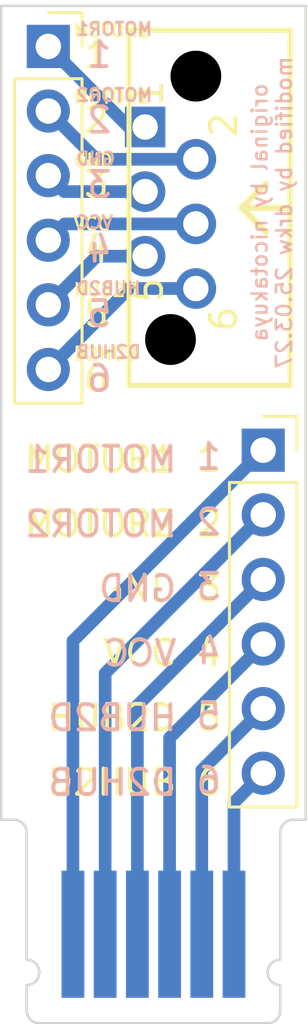
<source format=kicad_pcb>
(kicad_pcb (version 20241229) (generator "pcbnew") (generator_version "9.0")
  (layers (0 "F.Cu" signal) (2 "B.Cu" signal) (13 "F.Paste" user) (15 "B.Paste" user) (5 "F.SilkS" user "F.Silkscreen") (7 "B.SilkS" user "B.Silkscreen") (1 "F.Mask" user) (3 "B.Mask" user) (25 "Edge.Cuts" user))
  (net 0 "")
  (net 1 "f1")
  (net 2 "f2")
  (net 3 "f3")
  (net 4 "f4")
  (net 5 "f5")
  (net 6 "f6")
  (net 7 "m1")
  (net 8 "m2")
  (net 9 "m3")
  (net 10 "m4")
  (net 11 "m5")
  (net 12 "m6")
  (footprint "Spike:Spike_Female" (layer "F.Cu") (at 55.0358 114.9236 90)
    (property "Reference" "CON**" (hide yes))
    (property "Value" "SpikeConnector" (hide yes))
    (fp_line (start 6.985 4.445) (end 7.9375 5.3975) (stroke (width 0.25)) (layer "F.SilkS"))
    (fp_line (start 6.985 4.445) (end 6.0325 5.3975) (stroke (width 0.25)) (layer "F.SilkS"))
    (fp_line (start 6.985 6.35) (end 6.985 4.445) (stroke (width 0.25)) (layer "F.SilkS"))
    (fp_rect (start 0 0) (end 13.97 6.35) (stroke (width 0.2)) (fill no) (layer "F.SilkS"))
    (fp_text user "1" (at 10.922 1.397 90) (layer "F.SilkS") (effects (justify left bottom)))
    (fp_text user "6" (at 2.032 4.318 90) (layer "F.SilkS") (effects (justify left bottom)))
    (fp_text user "2" (at 9.652 4.318 90) (layer "F.SilkS") (effects (justify left bottom)))
    (fp_text user "5" (at 3.175 1.397 90) (layer "F.SilkS") (effects (justify left bottom)))
    (pad "" np_thru_hole circle (at 1.805 1.635 90) (size 2.5 2.5) (drill 2) (layers))
    (pad "" np_thru_hole circle (at 12.16 2.635 90) (size 2.5 2.5) (drill 2) (layers))
    (pad "1" thru_hole rect (at 10.16 0.635 90) (size 1.6 1.6) (drill 1) (layers "*.Cu" "*.Mask") (net 1 "f1"))
    (pad "2" thru_hole circle (at 8.89 2.635 90) (size 1.6 1.6) (drill 1) (layers "*.Cu" "*.Mask") (net 2 "f2"))
    (pad "3" thru_hole circle (at 7.62 0.635 90) (size 1.6 1.6) (drill 1) (layers "*.Cu" "*.Mask") (net 3 "f3"))
    (pad "4" thru_hole circle (at 6.35 2.635 90) (size 1.6 1.6) (drill 1) (layers "*.Cu" "*.Mask") (net 4 "f4"))
    (pad "5" thru_hole circle (at 5.08 0.635 90) (size 1.6 1.6) (drill 1) (layers "*.Cu" "*.Mask") (net 5 "f5"))
    (pad "6" thru_hole circle (at 3.81 2.635 90) (size 1.6 1.6) (drill 1) (layers "*.Cu" "*.Mask") (net 6 "f6"))
  )
  (footprint "Connector_PinSocket_2.54mm:PinSocket_1x06_P2.54mm_Vertical" (layer "F.Cu") (at 60.325 117.47)
    (property "Reference" "CON**" (hide yes))
    (property "Value" "PinSocket_1x06_P2.54mm_Vertical" (hide yes))
    (fp_line (start -1.33 1.27) (end -1.33 14.03) (stroke (width 0.12)) (layer "F.SilkS"))
    (fp_line (start -1.33 1.27) (end 1.33 1.27) (stroke (width 0.12)) (layer "F.SilkS"))
    (fp_line (start -1.33 14.03) (end 1.33 14.03) (stroke (width 0.12)) (layer "F.SilkS"))
    (fp_line (start 0 -1.33) (end 1.33 -1.33) (stroke (width 0.12)) (layer "F.SilkS"))
    (fp_line (start 1.33 -1.33) (end 1.33 0) (stroke (width 0.12)) (layer "F.SilkS"))
    (fp_line (start 1.33 1.27) (end 1.33 14.03) (stroke (width 0.12)) (layer "F.SilkS"))
    (pad "1" thru_hole rect (at 0 0) (size 1.7 1.7) (drill 1) (layers "*.Cu" "*.Mask") (net 7 "m1"))
    (pad "2" thru_hole oval (at 0 2.54) (size 1.7 1.7) (drill 1) (layers "*.Cu" "*.Mask") (net 8 "m2"))
    (pad "3" thru_hole oval (at 0 5.08) (size 1.7 1.7) (drill 1) (layers "*.Cu" "*.Mask") (net 9 "m3"))
    (pad "4" thru_hole oval (at 0 7.62) (size 1.7 1.7) (drill 1) (layers "*.Cu" "*.Mask") (net 10 "m4"))
    (pad "5" thru_hole oval (at 0 10.16) (size 1.7 1.7) (drill 1) (layers "*.Cu" "*.Mask") (net 11 "m5"))
    (pad "6" thru_hole oval (at 0 12.7) (size 1.7 1.7) (drill 1) (layers "*.Cu" "*.Mask") (net 12 "m6"))
  )
  (footprint "Spike:Spike_Male" (layer "F.Cu") (at 52.825 136.5)
    (property "Reference" "CON**" (hide yes))
    (property "Value" "Spike_Male" (hide yes))
    (pad "1" smd rect (at 0 0) (size 0.9 5) (layers "B.Cu" "B.Mask" "B.Paste") (net 7 "m1"))
    (pad "2" smd rect (at 1.27 0) (size 0.9 5) (layers "B.Cu" "B.Mask" "B.Paste") (net 8 "m2"))
    (pad "3" smd rect (at 2.54 0) (size 0.9 5) (layers "B.Cu" "B.Mask" "B.Paste") (net 9 "m3"))
    (pad "4" smd rect (at 3.81 0) (size 0.9 5) (layers "B.Cu" "B.Mask" "B.Paste") (net 10 "m4"))
    (pad "5" smd rect (at 5.08 0) (size 0.9 5) (layers "B.Cu" "B.Mask" "B.Paste") (net 11 "m5"))
    (pad "6" smd rect (at 6.35 0) (size 0.9 5) (layers "B.Cu" "B.Mask" "B.Paste") (net 12 "m6"))
  )
  (footprint "Connector_PinSocket_2.54mm:PinSocket_1x06_P2.54mm_Vertical" (layer "F.Cu") (at 51.8542 101.5952)
    (property "Reference" "REF**" (hide yes))
    (property "Value" "PinSocket_1x06_P2.54mm_Vertical" (hide yes))
    (fp_line (start -1.33 1.27) (end -1.33 14.03) (stroke (width 0.12)) (layer "F.SilkS"))
    (fp_line (start -1.33 1.27) (end 1.33 1.27) (stroke (width 0.12)) (layer "F.SilkS"))
    (fp_line (start -1.33 14.03) (end 1.33 14.03) (stroke (width 0.12)) (layer "F.SilkS"))
    (fp_line (start 0 -1.33) (end 1.33 -1.33) (stroke (width 0.12)) (layer "F.SilkS"))
    (fp_line (start 1.33 -1.33) (end 1.33 0) (stroke (width 0.12)) (layer "F.SilkS"))
    (fp_line (start 1.33 1.27) (end 1.33 14.03) (stroke (width 0.12)) (layer "F.SilkS"))
    (pad "1" thru_hole rect (at 0 0) (size 1.7 1.7) (drill 1) (layers "*.Cu" "*.Mask") (net 1 "f1"))
    (pad "2" thru_hole oval (at 0 2.54) (size 1.7 1.7) (drill 1) (layers "*.Cu" "*.Mask") (net 2 "f2"))
    (pad "3" thru_hole oval (at 0 5.08) (size 1.7 1.7) (drill 1) (layers "*.Cu" "*.Mask") (net 3 "f3"))
    (pad "4" thru_hole oval (at 0 7.62) (size 1.7 1.7) (drill 1) (layers "*.Cu" "*.Mask") (net 4 "f4"))
    (pad "5" thru_hole oval (at 0 10.16) (size 1.7 1.7) (drill 1) (layers "*.Cu" "*.Mask") (net 5 "f5"))
    (pad "6" thru_hole oval (at 0 12.7) (size 1.7 1.7) (drill 1) (layers "*.Cu" "*.Mask") (net 6 "f6"))
  )
  (gr_line (start 61 138.5) (end 61 139.5) (stroke (width 0.1)) (layer "Edge.Cuts"))
  (gr_line (start 50 132) (end 50 100) (stroke (width 0.1)) (layer "Edge.Cuts"))
  (gr_arc (start 61 139.5) (mid 60.853553 139.853553) (end 60.5 140) (stroke (width 0.1)) (layer "Edge.Cuts"))
  (gr_arc (start 51 137.5) (mid 51.5 138) (end 51 138.5) (stroke (width 0.1)) (layer "Edge.Cuts"))
  (gr_arc (start 50.5 132) (mid 50.853553 132.146447) (end 51 132.5) (stroke (width 0.1)) (layer "Edge.Cuts"))
  (gr_line (start 50.5 132) (end 50 132) (stroke (width 0.1)) (layer "Edge.Cuts"))
  (gr_arc (start 61 132.5) (mid 61.146447 132.146447) (end 61.5 132) (stroke (width 0.1)) (layer "Edge.Cuts"))
  (gr_line (start 62 132) (end 62 100) (stroke (width 0.1)) (layer "Edge.Cuts"))
  (gr_arc (start 61 138.5) (mid 60.5 138) (end 61 137.5) (stroke (width 0.1)) (layer "Edge.Cuts"))
  (gr_line (start 62 100) (end 50 100) (stroke (width 0.1)) (layer "Edge.Cuts"))
  (gr_line (start 61 132.5) (end 61 137.5) (stroke (width 0.1)) (layer "Edge.Cuts"))
  (gr_line (start 62 132) (end 61.5 132) (stroke (width 0.1)) (layer "Edge.Cuts"))
  (gr_line (start 51 139.5) (end 51 138.5) (stroke (width 0.1)) (layer "Edge.Cuts"))
  (gr_arc (start 51.5 140) (mid 51.146447 139.853553) (end 51 139.5) (stroke (width 0.1)) (layer "Edge.Cuts"))
  (gr_line (start 60.5 140) (end 51.5 140) (stroke (width 0.1)) (layer "Edge.Cuts"))
  (gr_line (start 51 137.5) (end 51 132.5) (stroke (width 0.1)) (layer "Edge.Cuts"))
  (gr_text "D2HUB" (at 52.794 113.97 0) (layer "F.SilkS") (effects (font (size 0.5 0.5) (thickness 0.1) (bold yes)) (justify left bottom)))
  (gr_text "3" (at 57.62 123.49 0) (layer "F.SilkS") (effects (font (size 1 1)) (justify left bottom)))
  (gr_text "MOTOR1" (at 56.985 118.41 0) (layer "F.SilkS") (effects (font (size 1 1)) (justify right bottom)))
  (gr_text "D2HUB" (at 56.985 131.11 0) (layer "F.SilkS") (effects (font (size 1 1)) (justify right bottom)))
  (gr_text "VCC" (at 52.794 108.87 0) (layer "F.SilkS") (effects (font (size 0.5 0.5) (thickness 0.1) (bold yes)) (justify left bottom)))
  (gr_text "MOTOR1" (at 52.794 101.27 0) (layer "F.SilkS") (effects (font (size 0.5 0.5) (thickness 0.1) (bold yes)) (justify left bottom)))
  (gr_text "5" (at 57.62 128.57 0) (layer "F.SilkS") (effects (font (size 1 1)) (justify left bottom)))
  (gr_text "GND" (at 52.794 106.37 0) (layer "F.SilkS") (effects (font (size 0.5 0.5) (thickness 0.1) (bold yes)) (justify left bottom)))
  (gr_text "2" (at 53.175 105.075 0) (layer "F.SilkS") (effects (font (size 1 1)) (justify left bottom)))
  (gr_text "5" (at 53.175 112.695 0) (layer "F.SilkS") (effects (font (size 1 1)) (justify left bottom)))
  (gr_text "2" (at 57.62 120.95 0) (layer "F.SilkS") (effects (font (size 1 1)) (justify left bottom)))
  (gr_text "4" (at 57.62 126.03 0) (layer "F.SilkS") (effects (font (size 1 1)) (justify left bottom)))
  (gr_text "6" (at 57.62 131.11 0) (layer "F.SilkS") (effects (font (size 1 1)) (justify left bottom)))
  (gr_text "6" (at 53.175 115.235 0) (layer "F.SilkS") (effects (font (size 1 1)) (justify left bottom)))
  (gr_text "4" (at 53.175 110.155 0) (layer "F.SilkS") (effects (font (size 1 1)) (justify left bottom)))
  (gr_text "VCC" (at 56.985 126.03 0) (layer "F.SilkS") (effects (font (size 1 1)) (justify right bottom)))
  (gr_text "1" (at 57.62 118.375 0) (layer "F.SilkS") (effects (font (size 1 1)) (justify left bottom)))
  (gr_text "3" (at 53.175 107.615 0) (layer "F.SilkS") (effects (font (size 1 1)) (justify left bottom)))
  (gr_text "MOTOR2" (at 52.794 103.87 0) (layer "F.SilkS") (effects (font (size 0.5 0.5) (thickness 0.1) (bold yes)) (justify left bottom)))
  (gr_text "GND" (at 56.985 123.49 0) (layer "F.SilkS") (effects (font (size 1 1)) (justify right bottom)))
  (gr_text "MOTOR2" (at 56.985 120.95 0) (layer "F.SilkS") (effects (font (size 1 1)) (justify right bottom)))
  (gr_text "1" (at 53.175 102.5 0) (layer "F.SilkS") (effects (font (size 1 1)) (justify left bottom)))
  (gr_text "HUB2D" (at 52.794 111.47 0) (layer "F.SilkS") (effects (font (size 0.5 0.5) (thickness 0.1) (bold yes)) (justify left bottom)))
  (gr_text "HUB2D" (at 56.985 128.57 0) (layer "F.SilkS") (effects (font (size 1 1)) (justify right bottom)))
  (gr_text "D2HUB" (at 52.9 113.9 0) (layer "B.SilkS") (effects (font (size 0.5 0.5) (thickness 0.1) (bold yes)) (justify right bottom mirror)))
  (gr_text "3" (at 54.445 107.615 0) (layer "B.SilkS") (effects (font (size 1 1)) (justify left bottom mirror)))
  (gr_text "VCC" (at 57 126.04 0) (layer "B.SilkS") (effects (font (size 1 1)) (justify left bottom mirror)))
  (gr_text "HUB2D" (at 52.9 111.4 0) (layer "B.SilkS") (effects (font (size 0.5 0.5) (thickness 0.1) (bold yes)) (justify right bottom mirror)))
  (gr_text "MOTOR1" (at 57 118.42 0) (layer "B.SilkS") (effects (font (size 1 1)) (justify left bottom mirror)))
  (gr_text "MOTOR2" (at 52.9 103.8 0) (layer "B.SilkS") (effects (font (size 0.5 0.5) (thickness 0.1) (bold yes)) (justify right bottom mirror)))
  (gr_text "6" (at 58.75 131.04 0) (layer "B.SilkS") (effects (font (size 1 1)) (justify left bottom mirror)))
  (gr_text "6" (at 54.445 115.235 0) (layer "B.SilkS") (effects (font (size 1 1)) (justify left bottom mirror)))
  (gr_text "2" (at 58.75 120.88 0) (layer "B.SilkS") (effects (font (size 1 1)) (justify left bottom mirror)))
  (gr_text "4" (at 58.75 125.96 0) (layer "B.SilkS") (effects (font (size 1 1)) (justify left bottom mirror)))
  (gr_text "GND" (at 52.9 106.3 0) (layer "B.SilkS") (effects (font (size 0.5 0.5) (thickness 0.1) (bold yes)) (justify right bottom mirror)))
  (gr_text "VCC" (at 52.9 108.8 0) (layer "B.SilkS") (effects (font (size 0.5 0.5) (thickness 0.1) (bold yes)) (justify right bottom mirror)))
  (gr_text "1" (at 58.75 118.305 0) (layer "B.SilkS") (effects (font (size 1 1)) (justify left bottom mirror)))
  (gr_text "4" (at 54.445 110.155 0) (layer "B.SilkS") (effects (font (size 1 1)) (justify left bottom mirror)))
  (gr_text "1" (at 54.445 102.5 0) (layer "B.SilkS") (effects (font (size 1 1)) (justify left bottom mirror)))
  (gr_text "original by nicotakuya\nmodified by drkw 25.03.27" (at 60.668 108.128 90) (layer "B.SilkS") (effects (font (size 0.6 0.6) (thickness 0.1)) (justify mirror)))
  (gr_text "2" (at 54.445 105.075 0) (layer "B.SilkS") (effects (font (size 1 1)) (justify left bottom mirror)))
  (gr_text "D2HUB" (at 57 131.12 0) (layer "B.SilkS") (effects (font (size 1 1)) (justify left bottom mirror)))
  (gr_text "HUB2D" (at 57 128.58 0) (layer "B.SilkS") (effects (font (size 1 1)) (justify left bottom mirror)))
  (gr_text "MOTOR1" (at 52.9 101.2 0) (layer "B.SilkS") (effects (font (size 0.5 0.5) (thickness 0.1) (bold yes)) (justify right bottom mirror)))
  (gr_text "MOTOR2" (at 57 120.96 0) (layer "B.SilkS") (effects (font (size 1 1)) (justify left bottom mirror)))
  (gr_text "3" (at 58.75 123.42 0) (layer "B.SilkS") (effects (font (size 1 1)) (justify left bottom mirror)))
  (gr_text "5" (at 58.75 128.5 0) (layer "B.SilkS") (effects (font (size 1 1)) (justify left bottom mirror)))
  (gr_text "5" (at 54.445 112.695 0) (layer "B.SilkS") (effects (font (size 1 1)) (justify left bottom mirror)))
  (gr_text "GND" (at 57 123.5 0) (layer "B.SilkS") (effects (font (size 1 1)) (justify left bottom mirror)))
  (segment (start 55.6708 104.7636) (end 55.0226 104.7636) (width 0.5) (layer "B.Cu") (net 1))
  (segment (start 55.0226 104.7636) (end 51.8542 101.5952) (width 0.5) (layer "B.Cu") (net 1))
  (segment (start 53.7526 106.0336) (end 51.8542 104.1352) (width 0.5) (layer "B.Cu") (net 2))
  (segment (start 57.6708 106.0336) (end 53.7526 106.0336) (width 0.5) (layer "B.Cu") (net 2))
  (segment (start 55.6708 107.3036) (end 52.4826 107.3036) (width 0.5) (layer "B.Cu") (net 3))
  (segment (start 52.4826 107.3036) (end 51.8542 106.6752) (width 0.5) (layer "B.Cu") (net 3))
  (segment (start 57.6708 108.5736) (end 52.4958 108.5736) (width 0.5) (layer "B.Cu") (net 4))
  (segment (start 52.4958 108.5736) (end 51.8542 109.2152) (width 0.5) (layer "B.Cu") (net 4))
  (segment (start 55.6708 109.8436) (end 53.7658 109.8436) (width 0.5) (layer "B.Cu") (net 5))
  (segment (start 53.7658 109.8436) (end 51.8542 111.7552) (width 0.5) (layer "B.Cu") (net 5))
  (segment (start 57.6708 111.1136) (end 55.0358 111.1136) (width 0.5) (layer "B.Cu") (net 6))
  (segment (start 55.0358 111.1136) (end 51.8542 114.2952) (width 0.5) (layer "B.Cu") (net 6))
  (segment (start 52.825 124.97) (end 60.325 117.47) (width 0.5) (layer "B.Cu") (net 7))
  (segment (start 52.825 136.5) (end 52.825 124.97) (width 0.5) (layer "B.Cu") (net 7))
  (segment (start 54.095 136.5) (end 54.095 126.24) (width 0.5) (layer "B.Cu") (net 8))
  (segment (start 54.095 126.24) (end 60.325 120.01) (width 0.5) (layer "B.Cu") (net 8))
  (segment (start 55.365 127.51) (end 60.325 122.55) (width 0.5) (layer "B.Cu") (net 9))
  (segment (start 55.365 136.5) (end 55.365 127.51) (width 0.5) (layer "B.Cu") (net 9))
  (segment (start 56.635 128.78) (end 60.325 125.09) (width 0.5) (layer "B.Cu") (net 10))
  (segment (start 56.635 136.5) (end 56.635 128.78) (width 0.5) (layer "B.Cu") (net 10))
  (segment (start 57.905 136.5) (end 57.905 130.05) (width 0.5) (layer "B.Cu") (net 11))
  (segment (start 57.905 130.05) (end 60.325 127.63) (width 0.5) (layer "B.Cu") (net 11))
  (segment (start 59.175 131.32) (end 60.325 130.17) (width 0.5) (layer "B.Cu") (net 12))
  (segment (start 59.175 136.5) (end 59.175 131.32) (width 0.5) (layer "B.Cu") (net 12))
)
</source>
